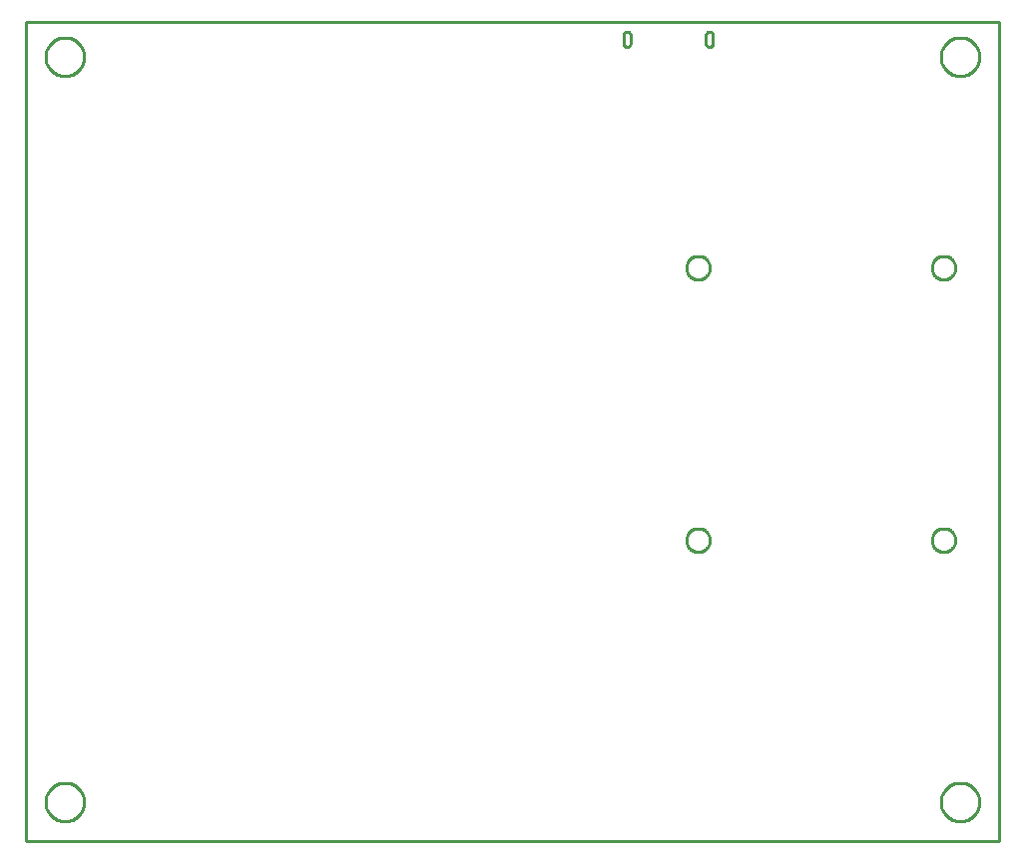
<source format=gko>
G04 EAGLE Gerber RS-274X export*
G75*
%MOMM*%
%FSLAX34Y34*%
%LPD*%
%IN*%
%IPPOS*%
%AMOC8*
5,1,8,0,0,1.08239X$1,22.5*%
G01*
%ADD10C,0.254000*%


D10*
X0Y0D02*
X825300Y0D01*
X825300Y695200D01*
X0Y695200D01*
X0Y0D01*
X506830Y676910D02*
X506841Y676649D01*
X506876Y676389D01*
X506932Y676134D01*
X507011Y675884D01*
X507111Y675642D01*
X507232Y675410D01*
X507373Y675189D01*
X507532Y674982D01*
X507709Y674789D01*
X507902Y674612D01*
X508109Y674453D01*
X508330Y674312D01*
X508562Y674191D01*
X508804Y674091D01*
X509054Y674012D01*
X509309Y673956D01*
X509569Y673921D01*
X509830Y673910D01*
X510091Y673921D01*
X510351Y673956D01*
X510606Y674012D01*
X510856Y674091D01*
X511098Y674191D01*
X511330Y674312D01*
X511551Y674453D01*
X511758Y674612D01*
X511951Y674789D01*
X512128Y674982D01*
X512287Y675189D01*
X512428Y675410D01*
X512549Y675642D01*
X512649Y675884D01*
X512728Y676134D01*
X512784Y676389D01*
X512819Y676649D01*
X512830Y676910D01*
X512830Y683910D01*
X512819Y684171D01*
X512784Y684431D01*
X512728Y684686D01*
X512649Y684936D01*
X512549Y685178D01*
X512428Y685410D01*
X512287Y685631D01*
X512128Y685838D01*
X511951Y686031D01*
X511758Y686208D01*
X511551Y686367D01*
X511330Y686508D01*
X511098Y686629D01*
X510856Y686729D01*
X510606Y686808D01*
X510351Y686864D01*
X510091Y686899D01*
X509830Y686910D01*
X509569Y686899D01*
X509309Y686864D01*
X509054Y686808D01*
X508804Y686729D01*
X508562Y686629D01*
X508330Y686508D01*
X508109Y686367D01*
X507902Y686208D01*
X507709Y686031D01*
X507532Y685838D01*
X507373Y685631D01*
X507232Y685410D01*
X507111Y685178D01*
X507011Y684936D01*
X506932Y684686D01*
X506876Y684431D01*
X506841Y684171D01*
X506830Y683910D01*
X506830Y676910D01*
X576830Y676910D02*
X576841Y676649D01*
X576876Y676389D01*
X576932Y676134D01*
X577011Y675884D01*
X577111Y675642D01*
X577232Y675410D01*
X577373Y675189D01*
X577532Y674982D01*
X577709Y674789D01*
X577902Y674612D01*
X578109Y674453D01*
X578330Y674312D01*
X578562Y674191D01*
X578804Y674091D01*
X579054Y674012D01*
X579309Y673956D01*
X579569Y673921D01*
X579830Y673910D01*
X580091Y673921D01*
X580351Y673956D01*
X580606Y674012D01*
X580856Y674091D01*
X581098Y674191D01*
X581330Y674312D01*
X581551Y674453D01*
X581758Y674612D01*
X581951Y674789D01*
X582128Y674982D01*
X582287Y675189D01*
X582428Y675410D01*
X582549Y675642D01*
X582649Y675884D01*
X582728Y676134D01*
X582784Y676389D01*
X582819Y676649D01*
X582830Y676910D01*
X582830Y683910D01*
X582819Y684171D01*
X582784Y684431D01*
X582728Y684686D01*
X582649Y684936D01*
X582549Y685178D01*
X582428Y685410D01*
X582287Y685631D01*
X582128Y685838D01*
X581951Y686031D01*
X581758Y686208D01*
X581551Y686367D01*
X581330Y686508D01*
X581098Y686629D01*
X580856Y686729D01*
X580606Y686808D01*
X580351Y686864D01*
X580091Y686899D01*
X579830Y686910D01*
X579569Y686899D01*
X579309Y686864D01*
X579054Y686808D01*
X578804Y686729D01*
X578562Y686629D01*
X578330Y686508D01*
X578109Y686367D01*
X577902Y686208D01*
X577709Y686031D01*
X577532Y685838D01*
X577373Y685631D01*
X577232Y685410D01*
X577111Y685178D01*
X577011Y684936D01*
X576932Y684686D01*
X576876Y684431D01*
X576841Y684171D01*
X576830Y683910D01*
X576830Y676910D01*
X49403Y32484D02*
X49333Y31413D01*
X49193Y30350D01*
X48984Y29298D01*
X48706Y28262D01*
X48361Y27246D01*
X47951Y26255D01*
X47476Y25293D01*
X46940Y24364D01*
X46344Y23472D01*
X45691Y22621D01*
X44984Y21815D01*
X44225Y21056D01*
X43419Y20349D01*
X42568Y19696D01*
X41676Y19100D01*
X40747Y18564D01*
X39785Y18089D01*
X38794Y17679D01*
X37778Y17334D01*
X36742Y17056D01*
X35690Y16847D01*
X34627Y16707D01*
X33556Y16637D01*
X32484Y16637D01*
X31413Y16707D01*
X30350Y16847D01*
X29298Y17056D01*
X28262Y17334D01*
X27246Y17679D01*
X26255Y18089D01*
X25293Y18564D01*
X24364Y19100D01*
X23472Y19696D01*
X22621Y20349D01*
X21815Y21056D01*
X21056Y21815D01*
X20349Y22621D01*
X19696Y23472D01*
X19100Y24364D01*
X18564Y25293D01*
X18089Y26255D01*
X17679Y27246D01*
X17334Y28262D01*
X17056Y29298D01*
X16847Y30350D01*
X16707Y31413D01*
X16637Y32484D01*
X16637Y33556D01*
X16707Y34627D01*
X16847Y35690D01*
X17056Y36742D01*
X17334Y37778D01*
X17679Y38794D01*
X18089Y39785D01*
X18564Y40747D01*
X19100Y41676D01*
X19696Y42568D01*
X20349Y43419D01*
X21056Y44225D01*
X21815Y44984D01*
X22621Y45691D01*
X23472Y46344D01*
X24364Y46940D01*
X25293Y47476D01*
X26255Y47951D01*
X27246Y48361D01*
X28262Y48706D01*
X29298Y48984D01*
X30350Y49193D01*
X31413Y49333D01*
X32484Y49403D01*
X33556Y49403D01*
X34627Y49333D01*
X35690Y49193D01*
X36742Y48984D01*
X37778Y48706D01*
X38794Y48361D01*
X39785Y47951D01*
X40747Y47476D01*
X41676Y46940D01*
X42568Y46344D01*
X43419Y45691D01*
X44225Y44984D01*
X44984Y44225D01*
X45691Y43419D01*
X46344Y42568D01*
X46940Y41676D01*
X47476Y40747D01*
X47951Y39785D01*
X48361Y38794D01*
X48706Y37778D01*
X48984Y36742D01*
X49193Y35690D01*
X49333Y34627D01*
X49403Y33556D01*
X49403Y32484D01*
X808863Y32484D02*
X808793Y31413D01*
X808653Y30350D01*
X808444Y29298D01*
X808166Y28262D01*
X807821Y27246D01*
X807411Y26255D01*
X806936Y25293D01*
X806400Y24364D01*
X805804Y23472D01*
X805151Y22621D01*
X804444Y21815D01*
X803685Y21056D01*
X802879Y20349D01*
X802028Y19696D01*
X801136Y19100D01*
X800207Y18564D01*
X799245Y18089D01*
X798254Y17679D01*
X797238Y17334D01*
X796202Y17056D01*
X795150Y16847D01*
X794087Y16707D01*
X793016Y16637D01*
X791944Y16637D01*
X790873Y16707D01*
X789810Y16847D01*
X788758Y17056D01*
X787722Y17334D01*
X786706Y17679D01*
X785715Y18089D01*
X784753Y18564D01*
X783824Y19100D01*
X782932Y19696D01*
X782081Y20349D01*
X781275Y21056D01*
X780516Y21815D01*
X779809Y22621D01*
X779156Y23472D01*
X778560Y24364D01*
X778024Y25293D01*
X777549Y26255D01*
X777139Y27246D01*
X776794Y28262D01*
X776516Y29298D01*
X776307Y30350D01*
X776167Y31413D01*
X776097Y32484D01*
X776097Y33556D01*
X776167Y34627D01*
X776307Y35690D01*
X776516Y36742D01*
X776794Y37778D01*
X777139Y38794D01*
X777549Y39785D01*
X778024Y40747D01*
X778560Y41676D01*
X779156Y42568D01*
X779809Y43419D01*
X780516Y44225D01*
X781275Y44984D01*
X782081Y45691D01*
X782932Y46344D01*
X783824Y46940D01*
X784753Y47476D01*
X785715Y47951D01*
X786706Y48361D01*
X787722Y48706D01*
X788758Y48984D01*
X789810Y49193D01*
X790873Y49333D01*
X791944Y49403D01*
X793016Y49403D01*
X794087Y49333D01*
X795150Y49193D01*
X796202Y48984D01*
X797238Y48706D01*
X798254Y48361D01*
X799245Y47951D01*
X800207Y47476D01*
X801136Y46940D01*
X802028Y46344D01*
X802879Y45691D01*
X803685Y44984D01*
X804444Y44225D01*
X805151Y43419D01*
X805804Y42568D01*
X806400Y41676D01*
X806936Y40747D01*
X807411Y39785D01*
X807821Y38794D01*
X808166Y37778D01*
X808444Y36742D01*
X808653Y35690D01*
X808793Y34627D01*
X808863Y33556D01*
X808863Y32484D01*
X808863Y664944D02*
X808793Y663873D01*
X808653Y662810D01*
X808444Y661758D01*
X808166Y660722D01*
X807821Y659706D01*
X807411Y658715D01*
X806936Y657753D01*
X806400Y656824D01*
X805804Y655932D01*
X805151Y655081D01*
X804444Y654275D01*
X803685Y653516D01*
X802879Y652809D01*
X802028Y652156D01*
X801136Y651560D01*
X800207Y651024D01*
X799245Y650549D01*
X798254Y650139D01*
X797238Y649794D01*
X796202Y649516D01*
X795150Y649307D01*
X794087Y649167D01*
X793016Y649097D01*
X791944Y649097D01*
X790873Y649167D01*
X789810Y649307D01*
X788758Y649516D01*
X787722Y649794D01*
X786706Y650139D01*
X785715Y650549D01*
X784753Y651024D01*
X783824Y651560D01*
X782932Y652156D01*
X782081Y652809D01*
X781275Y653516D01*
X780516Y654275D01*
X779809Y655081D01*
X779156Y655932D01*
X778560Y656824D01*
X778024Y657753D01*
X777549Y658715D01*
X777139Y659706D01*
X776794Y660722D01*
X776516Y661758D01*
X776307Y662810D01*
X776167Y663873D01*
X776097Y664944D01*
X776097Y666016D01*
X776167Y667087D01*
X776307Y668150D01*
X776516Y669202D01*
X776794Y670238D01*
X777139Y671254D01*
X777549Y672245D01*
X778024Y673207D01*
X778560Y674136D01*
X779156Y675028D01*
X779809Y675879D01*
X780516Y676685D01*
X781275Y677444D01*
X782081Y678151D01*
X782932Y678804D01*
X783824Y679400D01*
X784753Y679936D01*
X785715Y680411D01*
X786706Y680821D01*
X787722Y681166D01*
X788758Y681444D01*
X789810Y681653D01*
X790873Y681793D01*
X791944Y681863D01*
X793016Y681863D01*
X794087Y681793D01*
X795150Y681653D01*
X796202Y681444D01*
X797238Y681166D01*
X798254Y680821D01*
X799245Y680411D01*
X800207Y679936D01*
X801136Y679400D01*
X802028Y678804D01*
X802879Y678151D01*
X803685Y677444D01*
X804444Y676685D01*
X805151Y675879D01*
X805804Y675028D01*
X806400Y674136D01*
X806936Y673207D01*
X807411Y672245D01*
X807821Y671254D01*
X808166Y670238D01*
X808444Y669202D01*
X808653Y668150D01*
X808793Y667087D01*
X808863Y666016D01*
X808863Y664944D01*
X49403Y664944D02*
X49333Y663873D01*
X49193Y662810D01*
X48984Y661758D01*
X48706Y660722D01*
X48361Y659706D01*
X47951Y658715D01*
X47476Y657753D01*
X46940Y656824D01*
X46344Y655932D01*
X45691Y655081D01*
X44984Y654275D01*
X44225Y653516D01*
X43419Y652809D01*
X42568Y652156D01*
X41676Y651560D01*
X40747Y651024D01*
X39785Y650549D01*
X38794Y650139D01*
X37778Y649794D01*
X36742Y649516D01*
X35690Y649307D01*
X34627Y649167D01*
X33556Y649097D01*
X32484Y649097D01*
X31413Y649167D01*
X30350Y649307D01*
X29298Y649516D01*
X28262Y649794D01*
X27246Y650139D01*
X26255Y650549D01*
X25293Y651024D01*
X24364Y651560D01*
X23472Y652156D01*
X22621Y652809D01*
X21815Y653516D01*
X21056Y654275D01*
X20349Y655081D01*
X19696Y655932D01*
X19100Y656824D01*
X18564Y657753D01*
X18089Y658715D01*
X17679Y659706D01*
X17334Y660722D01*
X17056Y661758D01*
X16847Y662810D01*
X16707Y663873D01*
X16637Y664944D01*
X16637Y666016D01*
X16707Y667087D01*
X16847Y668150D01*
X17056Y669202D01*
X17334Y670238D01*
X17679Y671254D01*
X18089Y672245D01*
X18564Y673207D01*
X19100Y674136D01*
X19696Y675028D01*
X20349Y675879D01*
X21056Y676685D01*
X21815Y677444D01*
X22621Y678151D01*
X23472Y678804D01*
X24364Y679400D01*
X25293Y679936D01*
X26255Y680411D01*
X27246Y680821D01*
X28262Y681166D01*
X29298Y681444D01*
X30350Y681653D01*
X31413Y681793D01*
X32484Y681863D01*
X33556Y681863D01*
X34627Y681793D01*
X35690Y681653D01*
X36742Y681444D01*
X37778Y681166D01*
X38794Y680821D01*
X39785Y680411D01*
X40747Y679936D01*
X41676Y679400D01*
X42568Y678804D01*
X43419Y678151D01*
X44225Y677444D01*
X44984Y676685D01*
X45691Y675879D01*
X46344Y675028D01*
X46940Y674136D01*
X47476Y673207D01*
X47951Y672245D01*
X48361Y671254D01*
X48706Y670238D01*
X48984Y669202D01*
X49193Y668150D01*
X49333Y667087D01*
X49403Y666016D01*
X49403Y664944D01*
X580230Y485973D02*
X580154Y485104D01*
X580002Y484244D01*
X579776Y483400D01*
X579478Y482580D01*
X579109Y481788D01*
X578672Y481032D01*
X578171Y480317D01*
X577610Y479648D01*
X576992Y479030D01*
X576323Y478469D01*
X575608Y477968D01*
X574852Y477531D01*
X574060Y477162D01*
X573240Y476864D01*
X572396Y476638D01*
X571537Y476486D01*
X570667Y476410D01*
X569793Y476410D01*
X568924Y476486D01*
X568064Y476638D01*
X567220Y476864D01*
X566400Y477162D01*
X565608Y477531D01*
X564852Y477968D01*
X564137Y478469D01*
X563468Y479030D01*
X562850Y479648D01*
X562289Y480317D01*
X561788Y481032D01*
X561351Y481788D01*
X560982Y482580D01*
X560684Y483400D01*
X560458Y484244D01*
X560306Y485104D01*
X560230Y485973D01*
X560230Y486847D01*
X560306Y487717D01*
X560458Y488576D01*
X560684Y489420D01*
X560982Y490240D01*
X561351Y491032D01*
X561788Y491788D01*
X562289Y492503D01*
X562850Y493172D01*
X563468Y493790D01*
X564137Y494351D01*
X564852Y494852D01*
X565608Y495289D01*
X566400Y495658D01*
X567220Y495956D01*
X568064Y496182D01*
X568924Y496334D01*
X569793Y496410D01*
X570667Y496410D01*
X571537Y496334D01*
X572396Y496182D01*
X573240Y495956D01*
X574060Y495658D01*
X574852Y495289D01*
X575608Y494852D01*
X576323Y494351D01*
X576992Y493790D01*
X577610Y493172D01*
X578171Y492503D01*
X578672Y491788D01*
X579109Y491032D01*
X579478Y490240D01*
X579776Y489420D01*
X580002Y488576D01*
X580154Y487717D01*
X580230Y486847D01*
X580230Y485973D01*
X788510Y485973D02*
X788434Y485104D01*
X788282Y484244D01*
X788056Y483400D01*
X787758Y482580D01*
X787389Y481788D01*
X786952Y481032D01*
X786451Y480317D01*
X785890Y479648D01*
X785272Y479030D01*
X784603Y478469D01*
X783888Y477968D01*
X783132Y477531D01*
X782340Y477162D01*
X781520Y476864D01*
X780676Y476638D01*
X779817Y476486D01*
X778947Y476410D01*
X778073Y476410D01*
X777204Y476486D01*
X776344Y476638D01*
X775500Y476864D01*
X774680Y477162D01*
X773888Y477531D01*
X773132Y477968D01*
X772417Y478469D01*
X771748Y479030D01*
X771130Y479648D01*
X770569Y480317D01*
X770068Y481032D01*
X769631Y481788D01*
X769262Y482580D01*
X768964Y483400D01*
X768738Y484244D01*
X768586Y485104D01*
X768510Y485973D01*
X768510Y486847D01*
X768586Y487717D01*
X768738Y488576D01*
X768964Y489420D01*
X769262Y490240D01*
X769631Y491032D01*
X770068Y491788D01*
X770569Y492503D01*
X771130Y493172D01*
X771748Y493790D01*
X772417Y494351D01*
X773132Y494852D01*
X773888Y495289D01*
X774680Y495658D01*
X775500Y495956D01*
X776344Y496182D01*
X777204Y496334D01*
X778073Y496410D01*
X778947Y496410D01*
X779817Y496334D01*
X780676Y496182D01*
X781520Y495956D01*
X782340Y495658D01*
X783132Y495289D01*
X783888Y494852D01*
X784603Y494351D01*
X785272Y493790D01*
X785890Y493172D01*
X786451Y492503D01*
X786952Y491788D01*
X787389Y491032D01*
X787758Y490240D01*
X788056Y489420D01*
X788282Y488576D01*
X788434Y487717D01*
X788510Y486847D01*
X788510Y485973D01*
X788510Y254833D02*
X788434Y253964D01*
X788282Y253104D01*
X788056Y252260D01*
X787758Y251440D01*
X787389Y250648D01*
X786952Y249892D01*
X786451Y249177D01*
X785890Y248508D01*
X785272Y247890D01*
X784603Y247329D01*
X783888Y246828D01*
X783132Y246391D01*
X782340Y246022D01*
X781520Y245724D01*
X780676Y245498D01*
X779817Y245346D01*
X778947Y245270D01*
X778073Y245270D01*
X777204Y245346D01*
X776344Y245498D01*
X775500Y245724D01*
X774680Y246022D01*
X773888Y246391D01*
X773132Y246828D01*
X772417Y247329D01*
X771748Y247890D01*
X771130Y248508D01*
X770569Y249177D01*
X770068Y249892D01*
X769631Y250648D01*
X769262Y251440D01*
X768964Y252260D01*
X768738Y253104D01*
X768586Y253964D01*
X768510Y254833D01*
X768510Y255707D01*
X768586Y256577D01*
X768738Y257436D01*
X768964Y258280D01*
X769262Y259100D01*
X769631Y259892D01*
X770068Y260648D01*
X770569Y261363D01*
X771130Y262032D01*
X771748Y262650D01*
X772417Y263211D01*
X773132Y263712D01*
X773888Y264149D01*
X774680Y264518D01*
X775500Y264816D01*
X776344Y265042D01*
X777204Y265194D01*
X778073Y265270D01*
X778947Y265270D01*
X779817Y265194D01*
X780676Y265042D01*
X781520Y264816D01*
X782340Y264518D01*
X783132Y264149D01*
X783888Y263712D01*
X784603Y263211D01*
X785272Y262650D01*
X785890Y262032D01*
X786451Y261363D01*
X786952Y260648D01*
X787389Y259892D01*
X787758Y259100D01*
X788056Y258280D01*
X788282Y257436D01*
X788434Y256577D01*
X788510Y255707D01*
X788510Y254833D01*
X580230Y254833D02*
X580154Y253964D01*
X580002Y253104D01*
X579776Y252260D01*
X579478Y251440D01*
X579109Y250648D01*
X578672Y249892D01*
X578171Y249177D01*
X577610Y248508D01*
X576992Y247890D01*
X576323Y247329D01*
X575608Y246828D01*
X574852Y246391D01*
X574060Y246022D01*
X573240Y245724D01*
X572396Y245498D01*
X571537Y245346D01*
X570667Y245270D01*
X569793Y245270D01*
X568924Y245346D01*
X568064Y245498D01*
X567220Y245724D01*
X566400Y246022D01*
X565608Y246391D01*
X564852Y246828D01*
X564137Y247329D01*
X563468Y247890D01*
X562850Y248508D01*
X562289Y249177D01*
X561788Y249892D01*
X561351Y250648D01*
X560982Y251440D01*
X560684Y252260D01*
X560458Y253104D01*
X560306Y253964D01*
X560230Y254833D01*
X560230Y255707D01*
X560306Y256577D01*
X560458Y257436D01*
X560684Y258280D01*
X560982Y259100D01*
X561351Y259892D01*
X561788Y260648D01*
X562289Y261363D01*
X562850Y262032D01*
X563468Y262650D01*
X564137Y263211D01*
X564852Y263712D01*
X565608Y264149D01*
X566400Y264518D01*
X567220Y264816D01*
X568064Y265042D01*
X568924Y265194D01*
X569793Y265270D01*
X570667Y265270D01*
X571537Y265194D01*
X572396Y265042D01*
X573240Y264816D01*
X574060Y264518D01*
X574852Y264149D01*
X575608Y263712D01*
X576323Y263211D01*
X576992Y262650D01*
X577610Y262032D01*
X578171Y261363D01*
X578672Y260648D01*
X579109Y259892D01*
X579478Y259100D01*
X579776Y258280D01*
X580002Y257436D01*
X580154Y256577D01*
X580230Y255707D01*
X580230Y254833D01*
M02*

</source>
